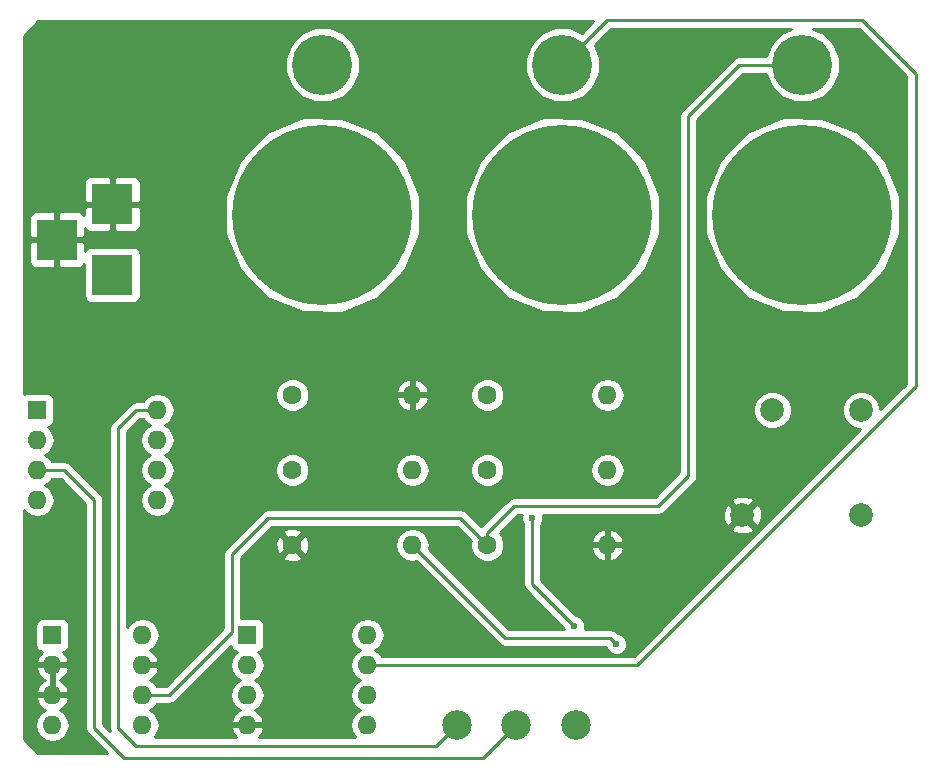
<source format=gbr>
G04 #@! TF.FileFunction,Copper,L2,Bot,Signal*
%FSLAX46Y46*%
G04 Gerber Fmt 4.6, Leading zero omitted, Abs format (unit mm)*
G04 Created by KiCad (PCBNEW 4.0.7) date 01/14/20 09:17:38*
%MOMM*%
%LPD*%
G01*
G04 APERTURE LIST*
%ADD10C,0.100000*%
%ADD11R,1.600000X1.600000*%
%ADD12O,1.600000X1.600000*%
%ADD13C,2.000000*%
%ADD14C,15.240000*%
%ADD15C,5.080000*%
%ADD16R,3.500000X3.500000*%
%ADD17C,1.600000*%
%ADD18C,2.500000*%
%ADD19C,0.600000*%
%ADD20C,0.250000*%
%ADD21C,0.254000*%
G04 APERTURE END LIST*
D10*
D11*
X121920000Y-113030000D03*
D12*
X129540000Y-120650000D03*
X121920000Y-115570000D03*
X129540000Y-118110000D03*
X121920000Y-118110000D03*
X129540000Y-115570000D03*
X121920000Y-120650000D03*
X129540000Y-113030000D03*
D13*
X182880000Y-93980000D03*
X190380000Y-93980000D03*
X180340000Y-102870000D03*
X190340000Y-102870000D03*
D11*
X138430000Y-113030000D03*
D12*
X148590000Y-120650000D03*
X138430000Y-115570000D03*
X148590000Y-118110000D03*
X138430000Y-118110000D03*
X148590000Y-115570000D03*
X138430000Y-120650000D03*
X148590000Y-113030000D03*
D14*
X144780000Y-77470000D03*
D15*
X144780000Y-64770000D03*
D14*
X165100000Y-77470000D03*
D15*
X165100000Y-64770000D03*
D14*
X185420000Y-77470000D03*
D15*
X185420000Y-64770000D03*
D16*
X127000000Y-82550000D03*
X127000000Y-76550000D03*
X122300000Y-79550000D03*
D11*
X120650000Y-93980000D03*
D12*
X130810000Y-101600000D03*
X120650000Y-96520000D03*
X130810000Y-99060000D03*
X120650000Y-99060000D03*
X130810000Y-96520000D03*
X120650000Y-101600000D03*
X130810000Y-93980000D03*
D17*
X142240000Y-92710000D03*
D12*
X152400000Y-92710000D03*
D17*
X158750000Y-92710000D03*
D12*
X168910000Y-92710000D03*
D17*
X142240000Y-99060000D03*
D12*
X152400000Y-99060000D03*
D17*
X158750000Y-99060000D03*
D12*
X168910000Y-99060000D03*
D17*
X142240000Y-105410000D03*
D12*
X152400000Y-105410000D03*
D17*
X158750000Y-105410000D03*
D12*
X168910000Y-105410000D03*
D18*
X161210000Y-120650000D03*
X166210000Y-120650000D03*
X156210000Y-120650000D03*
D19*
X169672000Y-113792000D03*
X152400000Y-105410000D03*
X162560000Y-103124000D03*
X166116000Y-112268000D03*
D20*
X158750000Y-105410000D02*
X158750000Y-104394000D01*
X180086000Y-64770000D02*
X185420000Y-64770000D01*
X175768000Y-69088000D02*
X180086000Y-64770000D01*
X175768000Y-99568000D02*
X175768000Y-69088000D01*
X173228000Y-102108000D02*
X175768000Y-99568000D01*
X161036000Y-102108000D02*
X173228000Y-102108000D01*
X158750000Y-104394000D02*
X161036000Y-102108000D01*
X129540000Y-118110000D02*
X131826000Y-118110000D01*
X156464000Y-103124000D02*
X158750000Y-105410000D01*
X140208000Y-103124000D02*
X156464000Y-103124000D01*
X137160000Y-106172000D02*
X140208000Y-103124000D01*
X137160000Y-112776000D02*
X137160000Y-106172000D01*
X131826000Y-118110000D02*
X137160000Y-112776000D01*
X148590000Y-115570000D02*
X171450000Y-115570000D01*
X168910000Y-60960000D02*
X165100000Y-64770000D01*
X190500000Y-60960000D02*
X168910000Y-60960000D01*
X195072000Y-65532000D02*
X190500000Y-60960000D01*
X195072000Y-91948000D02*
X195072000Y-65532000D01*
X171450000Y-115570000D02*
X195072000Y-91948000D01*
X169672000Y-113792000D02*
X169164000Y-113284000D01*
X169164000Y-113284000D02*
X160274000Y-113284000D01*
X160274000Y-113284000D02*
X152400000Y-105410000D01*
X130810000Y-93980000D02*
X129032000Y-93980000D01*
X154432000Y-122428000D02*
X156210000Y-120650000D01*
X129032000Y-122428000D02*
X154432000Y-122428000D01*
X127508000Y-120904000D02*
X129032000Y-122428000D01*
X127508000Y-95504000D02*
X127508000Y-120904000D01*
X129032000Y-93980000D02*
X127508000Y-95504000D01*
X120650000Y-99060000D02*
X122936000Y-99060000D01*
X158416000Y-123444000D02*
X161210000Y-120650000D01*
X128016000Y-123444000D02*
X158416000Y-123444000D01*
X125476000Y-120904000D02*
X128016000Y-123444000D01*
X125476000Y-101600000D02*
X125476000Y-120904000D01*
X122936000Y-99060000D02*
X125476000Y-101600000D01*
X162560000Y-108712000D02*
X162560000Y-103124000D01*
X166116000Y-112268000D02*
X162560000Y-108712000D01*
D21*
G36*
X124716000Y-101914802D02*
X124716000Y-120904000D01*
X124773852Y-121194839D01*
X124938599Y-121441401D01*
X126560198Y-123063000D01*
X120702606Y-123063000D01*
X119507000Y-121867394D01*
X119507000Y-120650000D01*
X120456887Y-120650000D01*
X120566120Y-121199151D01*
X120877189Y-121664698D01*
X121342736Y-121975767D01*
X121891887Y-122085000D01*
X121948113Y-122085000D01*
X122497264Y-121975767D01*
X122962811Y-121664698D01*
X123273880Y-121199151D01*
X123383113Y-120650000D01*
X123273880Y-120100849D01*
X122962811Y-119635302D01*
X122558297Y-119365014D01*
X122775134Y-119262389D01*
X123151041Y-118847423D01*
X123311904Y-118459039D01*
X123189915Y-118237000D01*
X122047000Y-118237000D01*
X122047000Y-118257000D01*
X121793000Y-118257000D01*
X121793000Y-118237000D01*
X120650085Y-118237000D01*
X120528096Y-118459039D01*
X120688959Y-118847423D01*
X121064866Y-119262389D01*
X121281703Y-119365014D01*
X120877189Y-119635302D01*
X120566120Y-120100849D01*
X120456887Y-120650000D01*
X119507000Y-120650000D01*
X119507000Y-115919039D01*
X120528096Y-115919039D01*
X120688959Y-116307423D01*
X121064866Y-116722389D01*
X121313367Y-116840000D01*
X121064866Y-116957611D01*
X120688959Y-117372577D01*
X120528096Y-117760961D01*
X120650085Y-117983000D01*
X121793000Y-117983000D01*
X121793000Y-115697000D01*
X122047000Y-115697000D01*
X122047000Y-117983000D01*
X123189915Y-117983000D01*
X123311904Y-117760961D01*
X123151041Y-117372577D01*
X122775134Y-116957611D01*
X122526633Y-116840000D01*
X122775134Y-116722389D01*
X123151041Y-116307423D01*
X123311904Y-115919039D01*
X123189915Y-115697000D01*
X122047000Y-115697000D01*
X121793000Y-115697000D01*
X120650085Y-115697000D01*
X120528096Y-115919039D01*
X119507000Y-115919039D01*
X119507000Y-112230000D01*
X120472560Y-112230000D01*
X120472560Y-113830000D01*
X120516838Y-114065317D01*
X120655910Y-114281441D01*
X120868110Y-114426431D01*
X121027616Y-114458732D01*
X120688959Y-114832577D01*
X120528096Y-115220961D01*
X120650085Y-115443000D01*
X121793000Y-115443000D01*
X121793000Y-115423000D01*
X122047000Y-115423000D01*
X122047000Y-115443000D01*
X123189915Y-115443000D01*
X123311904Y-115220961D01*
X123151041Y-114832577D01*
X122813410Y-114459864D01*
X122955317Y-114433162D01*
X123171441Y-114294090D01*
X123316431Y-114081890D01*
X123367440Y-113830000D01*
X123367440Y-112230000D01*
X123323162Y-111994683D01*
X123184090Y-111778559D01*
X122971890Y-111633569D01*
X122720000Y-111582560D01*
X121120000Y-111582560D01*
X120884683Y-111626838D01*
X120668559Y-111765910D01*
X120523569Y-111978110D01*
X120472560Y-112230000D01*
X119507000Y-112230000D01*
X119507000Y-102464755D01*
X119607189Y-102614698D01*
X120072736Y-102925767D01*
X120621887Y-103035000D01*
X120678113Y-103035000D01*
X121227264Y-102925767D01*
X121692811Y-102614698D01*
X122003880Y-102149151D01*
X122113113Y-101600000D01*
X122003880Y-101050849D01*
X121692811Y-100585302D01*
X121310725Y-100330000D01*
X121692811Y-100074698D01*
X121862995Y-99820000D01*
X122621198Y-99820000D01*
X124716000Y-101914802D01*
X124716000Y-101914802D01*
G37*
X124716000Y-101914802D02*
X124716000Y-120904000D01*
X124773852Y-121194839D01*
X124938599Y-121441401D01*
X126560198Y-123063000D01*
X120702606Y-123063000D01*
X119507000Y-121867394D01*
X119507000Y-120650000D01*
X120456887Y-120650000D01*
X120566120Y-121199151D01*
X120877189Y-121664698D01*
X121342736Y-121975767D01*
X121891887Y-122085000D01*
X121948113Y-122085000D01*
X122497264Y-121975767D01*
X122962811Y-121664698D01*
X123273880Y-121199151D01*
X123383113Y-120650000D01*
X123273880Y-120100849D01*
X122962811Y-119635302D01*
X122558297Y-119365014D01*
X122775134Y-119262389D01*
X123151041Y-118847423D01*
X123311904Y-118459039D01*
X123189915Y-118237000D01*
X122047000Y-118237000D01*
X122047000Y-118257000D01*
X121793000Y-118257000D01*
X121793000Y-118237000D01*
X120650085Y-118237000D01*
X120528096Y-118459039D01*
X120688959Y-118847423D01*
X121064866Y-119262389D01*
X121281703Y-119365014D01*
X120877189Y-119635302D01*
X120566120Y-120100849D01*
X120456887Y-120650000D01*
X119507000Y-120650000D01*
X119507000Y-115919039D01*
X120528096Y-115919039D01*
X120688959Y-116307423D01*
X121064866Y-116722389D01*
X121313367Y-116840000D01*
X121064866Y-116957611D01*
X120688959Y-117372577D01*
X120528096Y-117760961D01*
X120650085Y-117983000D01*
X121793000Y-117983000D01*
X121793000Y-115697000D01*
X122047000Y-115697000D01*
X122047000Y-117983000D01*
X123189915Y-117983000D01*
X123311904Y-117760961D01*
X123151041Y-117372577D01*
X122775134Y-116957611D01*
X122526633Y-116840000D01*
X122775134Y-116722389D01*
X123151041Y-116307423D01*
X123311904Y-115919039D01*
X123189915Y-115697000D01*
X122047000Y-115697000D01*
X121793000Y-115697000D01*
X120650085Y-115697000D01*
X120528096Y-115919039D01*
X119507000Y-115919039D01*
X119507000Y-112230000D01*
X120472560Y-112230000D01*
X120472560Y-113830000D01*
X120516838Y-114065317D01*
X120655910Y-114281441D01*
X120868110Y-114426431D01*
X121027616Y-114458732D01*
X120688959Y-114832577D01*
X120528096Y-115220961D01*
X120650085Y-115443000D01*
X121793000Y-115443000D01*
X121793000Y-115423000D01*
X122047000Y-115423000D01*
X122047000Y-115443000D01*
X123189915Y-115443000D01*
X123311904Y-115220961D01*
X123151041Y-114832577D01*
X122813410Y-114459864D01*
X122955317Y-114433162D01*
X123171441Y-114294090D01*
X123316431Y-114081890D01*
X123367440Y-113830000D01*
X123367440Y-112230000D01*
X123323162Y-111994683D01*
X123184090Y-111778559D01*
X122971890Y-111633569D01*
X122720000Y-111582560D01*
X121120000Y-111582560D01*
X120884683Y-111626838D01*
X120668559Y-111765910D01*
X120523569Y-111978110D01*
X120472560Y-112230000D01*
X119507000Y-112230000D01*
X119507000Y-102464755D01*
X119607189Y-102614698D01*
X120072736Y-102925767D01*
X120621887Y-103035000D01*
X120678113Y-103035000D01*
X121227264Y-102925767D01*
X121692811Y-102614698D01*
X122003880Y-102149151D01*
X122113113Y-101600000D01*
X122003880Y-101050849D01*
X121692811Y-100585302D01*
X121310725Y-100330000D01*
X121692811Y-100074698D01*
X121862995Y-99820000D01*
X122621198Y-99820000D01*
X124716000Y-101914802D01*
G36*
X194183000Y-65717802D02*
X194183000Y-91762198D01*
X192015045Y-93930153D01*
X192015284Y-93656205D01*
X191766894Y-93055057D01*
X191307363Y-92594722D01*
X190706648Y-92345284D01*
X190056205Y-92344716D01*
X189455057Y-92593106D01*
X188994722Y-93052637D01*
X188745284Y-93653352D01*
X188744716Y-94303795D01*
X188993106Y-94904943D01*
X189452637Y-95365278D01*
X190053352Y-95614716D01*
X190330240Y-95614958D01*
X171135198Y-114810000D01*
X149802995Y-114810000D01*
X149632811Y-114555302D01*
X149250725Y-114300000D01*
X149632811Y-114044698D01*
X149943880Y-113579151D01*
X150053113Y-113030000D01*
X149943880Y-112480849D01*
X149632811Y-112015302D01*
X149167264Y-111704233D01*
X148618113Y-111595000D01*
X148561887Y-111595000D01*
X148012736Y-111704233D01*
X147547189Y-112015302D01*
X147236120Y-112480849D01*
X147126887Y-113030000D01*
X147236120Y-113579151D01*
X147547189Y-114044698D01*
X147929275Y-114300000D01*
X147547189Y-114555302D01*
X147236120Y-115020849D01*
X147126887Y-115570000D01*
X147236120Y-116119151D01*
X147547189Y-116584698D01*
X147929275Y-116840000D01*
X147547189Y-117095302D01*
X147236120Y-117560849D01*
X147126887Y-118110000D01*
X147236120Y-118659151D01*
X147547189Y-119124698D01*
X147929275Y-119380000D01*
X147547189Y-119635302D01*
X147236120Y-120100849D01*
X147126887Y-120650000D01*
X147236120Y-121199151D01*
X147547189Y-121664698D01*
X147552131Y-121668000D01*
X139406874Y-121668000D01*
X139661041Y-121387423D01*
X139821904Y-120999039D01*
X139699915Y-120777000D01*
X138557000Y-120777000D01*
X138557000Y-120797000D01*
X138303000Y-120797000D01*
X138303000Y-120777000D01*
X137160085Y-120777000D01*
X137038096Y-120999039D01*
X137198959Y-121387423D01*
X137453126Y-121668000D01*
X130577869Y-121668000D01*
X130582811Y-121664698D01*
X130893880Y-121199151D01*
X131003113Y-120650000D01*
X130893880Y-120100849D01*
X130582811Y-119635302D01*
X130200725Y-119380000D01*
X130582811Y-119124698D01*
X130752995Y-118870000D01*
X131826000Y-118870000D01*
X132116839Y-118812148D01*
X132363401Y-118647401D01*
X137013955Y-113996847D01*
X137026838Y-114065317D01*
X137165910Y-114281441D01*
X137378110Y-114426431D01*
X137533089Y-114457815D01*
X137387189Y-114555302D01*
X137076120Y-115020849D01*
X136966887Y-115570000D01*
X137076120Y-116119151D01*
X137387189Y-116584698D01*
X137769275Y-116840000D01*
X137387189Y-117095302D01*
X137076120Y-117560849D01*
X136966887Y-118110000D01*
X137076120Y-118659151D01*
X137387189Y-119124698D01*
X137791703Y-119394986D01*
X137574866Y-119497611D01*
X137198959Y-119912577D01*
X137038096Y-120300961D01*
X137160085Y-120523000D01*
X138303000Y-120523000D01*
X138303000Y-120503000D01*
X138557000Y-120503000D01*
X138557000Y-120523000D01*
X139699915Y-120523000D01*
X139821904Y-120300961D01*
X139661041Y-119912577D01*
X139285134Y-119497611D01*
X139068297Y-119394986D01*
X139472811Y-119124698D01*
X139783880Y-118659151D01*
X139893113Y-118110000D01*
X139783880Y-117560849D01*
X139472811Y-117095302D01*
X139090725Y-116840000D01*
X139472811Y-116584698D01*
X139783880Y-116119151D01*
X139893113Y-115570000D01*
X139783880Y-115020849D01*
X139472811Y-114555302D01*
X139328535Y-114458899D01*
X139465317Y-114433162D01*
X139681441Y-114294090D01*
X139826431Y-114081890D01*
X139877440Y-113830000D01*
X139877440Y-112230000D01*
X139833162Y-111994683D01*
X139694090Y-111778559D01*
X139481890Y-111633569D01*
X139230000Y-111582560D01*
X137920000Y-111582560D01*
X137920000Y-106486802D01*
X137989057Y-106417745D01*
X141411861Y-106417745D01*
X141485995Y-106663864D01*
X142023223Y-106856965D01*
X142593454Y-106829778D01*
X142994005Y-106663864D01*
X143068139Y-106417745D01*
X142240000Y-105589605D01*
X141411861Y-106417745D01*
X137989057Y-106417745D01*
X139213579Y-105193223D01*
X140793035Y-105193223D01*
X140820222Y-105763454D01*
X140986136Y-106164005D01*
X141232255Y-106238139D01*
X142060395Y-105410000D01*
X142419605Y-105410000D01*
X143247745Y-106238139D01*
X143493864Y-106164005D01*
X143686965Y-105626777D01*
X143659778Y-105056546D01*
X143493864Y-104655995D01*
X143247745Y-104581861D01*
X142419605Y-105410000D01*
X142060395Y-105410000D01*
X141232255Y-104581861D01*
X140986136Y-104655995D01*
X140793035Y-105193223D01*
X139213579Y-105193223D01*
X140004547Y-104402255D01*
X141411861Y-104402255D01*
X142240000Y-105230395D01*
X143068139Y-104402255D01*
X142994005Y-104156136D01*
X142456777Y-103963035D01*
X141886546Y-103990222D01*
X141485995Y-104156136D01*
X141411861Y-104402255D01*
X140004547Y-104402255D01*
X140522802Y-103884000D01*
X156149198Y-103884000D01*
X157336744Y-105071546D01*
X157315250Y-105123309D01*
X157314752Y-105694187D01*
X157532757Y-106221800D01*
X157936077Y-106625824D01*
X158463309Y-106844750D01*
X159034187Y-106845248D01*
X159561800Y-106627243D01*
X159965824Y-106223923D01*
X160184750Y-105696691D01*
X160185248Y-105125813D01*
X159967243Y-104598200D01*
X159794074Y-104424728D01*
X161350802Y-102868000D01*
X161653897Y-102868000D01*
X161625162Y-102937201D01*
X161624838Y-103309167D01*
X161766883Y-103652943D01*
X161800000Y-103686118D01*
X161800000Y-108712000D01*
X161857852Y-109002839D01*
X162022599Y-109249401D01*
X165180878Y-112407680D01*
X165180838Y-112453167D01*
X165210106Y-112524000D01*
X160588802Y-112524000D01*
X153798688Y-105733886D01*
X153863113Y-105410000D01*
X153753880Y-104860849D01*
X153442811Y-104395302D01*
X152977264Y-104084233D01*
X152428113Y-103975000D01*
X152371887Y-103975000D01*
X151822736Y-104084233D01*
X151357189Y-104395302D01*
X151046120Y-104860849D01*
X150936887Y-105410000D01*
X151046120Y-105959151D01*
X151357189Y-106424698D01*
X151822736Y-106735767D01*
X152371887Y-106845000D01*
X152428113Y-106845000D01*
X152705102Y-106789904D01*
X159736599Y-113821401D01*
X159983161Y-113986148D01*
X160274000Y-114044000D01*
X168764453Y-114044000D01*
X168878883Y-114320943D01*
X169141673Y-114584192D01*
X169485201Y-114726838D01*
X169857167Y-114727162D01*
X170200943Y-114585117D01*
X170464192Y-114322327D01*
X170606838Y-113978799D01*
X170607162Y-113606833D01*
X170465117Y-113263057D01*
X170202327Y-112999808D01*
X169858799Y-112857162D01*
X169811923Y-112857121D01*
X169701401Y-112746599D01*
X169454839Y-112581852D01*
X169164000Y-112524000D01*
X167022103Y-112524000D01*
X167050838Y-112454799D01*
X167051162Y-112082833D01*
X166909117Y-111739057D01*
X166646327Y-111475808D01*
X166302799Y-111333162D01*
X166255923Y-111333121D01*
X163320000Y-108397198D01*
X163320000Y-105759039D01*
X167518096Y-105759039D01*
X167678959Y-106147423D01*
X168054866Y-106562389D01*
X168560959Y-106801914D01*
X168783000Y-106680629D01*
X168783000Y-105537000D01*
X169037000Y-105537000D01*
X169037000Y-106680629D01*
X169259041Y-106801914D01*
X169765134Y-106562389D01*
X170141041Y-106147423D01*
X170301904Y-105759039D01*
X170179915Y-105537000D01*
X169037000Y-105537000D01*
X168783000Y-105537000D01*
X167640085Y-105537000D01*
X167518096Y-105759039D01*
X163320000Y-105759039D01*
X163320000Y-105060961D01*
X167518096Y-105060961D01*
X167640085Y-105283000D01*
X168783000Y-105283000D01*
X168783000Y-104139371D01*
X169037000Y-104139371D01*
X169037000Y-105283000D01*
X170179915Y-105283000D01*
X170301904Y-105060961D01*
X170141041Y-104672577D01*
X169765134Y-104257611D01*
X169268435Y-104022532D01*
X179367073Y-104022532D01*
X179465736Y-104289387D01*
X180075461Y-104515908D01*
X180725460Y-104491856D01*
X181214264Y-104289387D01*
X181312927Y-104022532D01*
X180340000Y-103049605D01*
X179367073Y-104022532D01*
X169268435Y-104022532D01*
X169259041Y-104018086D01*
X169037000Y-104139371D01*
X168783000Y-104139371D01*
X168560959Y-104018086D01*
X168054866Y-104257611D01*
X167678959Y-104672577D01*
X167518096Y-105060961D01*
X163320000Y-105060961D01*
X163320000Y-103686463D01*
X163352192Y-103654327D01*
X163494838Y-103310799D01*
X163495162Y-102938833D01*
X163465894Y-102868000D01*
X173228000Y-102868000D01*
X173518839Y-102810148D01*
X173765401Y-102645401D01*
X173805341Y-102605461D01*
X178694092Y-102605461D01*
X178718144Y-103255460D01*
X178920613Y-103744264D01*
X179187468Y-103842927D01*
X180160395Y-102870000D01*
X180519605Y-102870000D01*
X181492532Y-103842927D01*
X181759387Y-103744264D01*
X181985908Y-103134539D01*
X181961856Y-102484540D01*
X181759387Y-101995736D01*
X181492532Y-101897073D01*
X180519605Y-102870000D01*
X180160395Y-102870000D01*
X179187468Y-101897073D01*
X178920613Y-101995736D01*
X178694092Y-102605461D01*
X173805341Y-102605461D01*
X174693334Y-101717468D01*
X179367073Y-101717468D01*
X180340000Y-102690395D01*
X181312927Y-101717468D01*
X181214264Y-101450613D01*
X180604539Y-101224092D01*
X179954540Y-101248144D01*
X179465736Y-101450613D01*
X179367073Y-101717468D01*
X174693334Y-101717468D01*
X176305401Y-100105401D01*
X176470148Y-99858840D01*
X176519814Y-99609151D01*
X176528000Y-99568000D01*
X176528000Y-94303795D01*
X181244716Y-94303795D01*
X181493106Y-94904943D01*
X181952637Y-95365278D01*
X182553352Y-95614716D01*
X183203795Y-95615284D01*
X183804943Y-95366894D01*
X184265278Y-94907363D01*
X184514716Y-94306648D01*
X184515284Y-93656205D01*
X184266894Y-93055057D01*
X183807363Y-92594722D01*
X183206648Y-92345284D01*
X182556205Y-92344716D01*
X181955057Y-92593106D01*
X181494722Y-93052637D01*
X181245284Y-93653352D01*
X181244716Y-94303795D01*
X176528000Y-94303795D01*
X176528000Y-79104817D01*
X177163570Y-79104817D01*
X178417671Y-82139973D01*
X180737813Y-84464168D01*
X183770775Y-85723564D01*
X187054817Y-85726430D01*
X190089973Y-84472329D01*
X192414168Y-82152187D01*
X193673564Y-79119225D01*
X193676430Y-75835183D01*
X192422329Y-72800027D01*
X190102187Y-70475832D01*
X187069225Y-69216436D01*
X183785183Y-69213570D01*
X180750027Y-70467671D01*
X178425832Y-72787813D01*
X177166436Y-75820775D01*
X177163570Y-79104817D01*
X176528000Y-79104817D01*
X176528000Y-69402802D01*
X180400802Y-65530000D01*
X182298671Y-65530000D01*
X182726796Y-66566143D01*
X183619159Y-67460065D01*
X184785683Y-67944448D01*
X186048776Y-67945550D01*
X187216143Y-67463204D01*
X188110065Y-66570841D01*
X188594448Y-65404317D01*
X188595550Y-64141224D01*
X188113204Y-62973857D01*
X187220841Y-62079935D01*
X186354021Y-61720000D01*
X190185198Y-61720000D01*
X194183000Y-65717802D01*
X194183000Y-65717802D01*
G37*
X194183000Y-65717802D02*
X194183000Y-91762198D01*
X192015045Y-93930153D01*
X192015284Y-93656205D01*
X191766894Y-93055057D01*
X191307363Y-92594722D01*
X190706648Y-92345284D01*
X190056205Y-92344716D01*
X189455057Y-92593106D01*
X188994722Y-93052637D01*
X188745284Y-93653352D01*
X188744716Y-94303795D01*
X188993106Y-94904943D01*
X189452637Y-95365278D01*
X190053352Y-95614716D01*
X190330240Y-95614958D01*
X171135198Y-114810000D01*
X149802995Y-114810000D01*
X149632811Y-114555302D01*
X149250725Y-114300000D01*
X149632811Y-114044698D01*
X149943880Y-113579151D01*
X150053113Y-113030000D01*
X149943880Y-112480849D01*
X149632811Y-112015302D01*
X149167264Y-111704233D01*
X148618113Y-111595000D01*
X148561887Y-111595000D01*
X148012736Y-111704233D01*
X147547189Y-112015302D01*
X147236120Y-112480849D01*
X147126887Y-113030000D01*
X147236120Y-113579151D01*
X147547189Y-114044698D01*
X147929275Y-114300000D01*
X147547189Y-114555302D01*
X147236120Y-115020849D01*
X147126887Y-115570000D01*
X147236120Y-116119151D01*
X147547189Y-116584698D01*
X147929275Y-116840000D01*
X147547189Y-117095302D01*
X147236120Y-117560849D01*
X147126887Y-118110000D01*
X147236120Y-118659151D01*
X147547189Y-119124698D01*
X147929275Y-119380000D01*
X147547189Y-119635302D01*
X147236120Y-120100849D01*
X147126887Y-120650000D01*
X147236120Y-121199151D01*
X147547189Y-121664698D01*
X147552131Y-121668000D01*
X139406874Y-121668000D01*
X139661041Y-121387423D01*
X139821904Y-120999039D01*
X139699915Y-120777000D01*
X138557000Y-120777000D01*
X138557000Y-120797000D01*
X138303000Y-120797000D01*
X138303000Y-120777000D01*
X137160085Y-120777000D01*
X137038096Y-120999039D01*
X137198959Y-121387423D01*
X137453126Y-121668000D01*
X130577869Y-121668000D01*
X130582811Y-121664698D01*
X130893880Y-121199151D01*
X131003113Y-120650000D01*
X130893880Y-120100849D01*
X130582811Y-119635302D01*
X130200725Y-119380000D01*
X130582811Y-119124698D01*
X130752995Y-118870000D01*
X131826000Y-118870000D01*
X132116839Y-118812148D01*
X132363401Y-118647401D01*
X137013955Y-113996847D01*
X137026838Y-114065317D01*
X137165910Y-114281441D01*
X137378110Y-114426431D01*
X137533089Y-114457815D01*
X137387189Y-114555302D01*
X137076120Y-115020849D01*
X136966887Y-115570000D01*
X137076120Y-116119151D01*
X137387189Y-116584698D01*
X137769275Y-116840000D01*
X137387189Y-117095302D01*
X137076120Y-117560849D01*
X136966887Y-118110000D01*
X137076120Y-118659151D01*
X137387189Y-119124698D01*
X137791703Y-119394986D01*
X137574866Y-119497611D01*
X137198959Y-119912577D01*
X137038096Y-120300961D01*
X137160085Y-120523000D01*
X138303000Y-120523000D01*
X138303000Y-120503000D01*
X138557000Y-120503000D01*
X138557000Y-120523000D01*
X139699915Y-120523000D01*
X139821904Y-120300961D01*
X139661041Y-119912577D01*
X139285134Y-119497611D01*
X139068297Y-119394986D01*
X139472811Y-119124698D01*
X139783880Y-118659151D01*
X139893113Y-118110000D01*
X139783880Y-117560849D01*
X139472811Y-117095302D01*
X139090725Y-116840000D01*
X139472811Y-116584698D01*
X139783880Y-116119151D01*
X139893113Y-115570000D01*
X139783880Y-115020849D01*
X139472811Y-114555302D01*
X139328535Y-114458899D01*
X139465317Y-114433162D01*
X139681441Y-114294090D01*
X139826431Y-114081890D01*
X139877440Y-113830000D01*
X139877440Y-112230000D01*
X139833162Y-111994683D01*
X139694090Y-111778559D01*
X139481890Y-111633569D01*
X139230000Y-111582560D01*
X137920000Y-111582560D01*
X137920000Y-106486802D01*
X137989057Y-106417745D01*
X141411861Y-106417745D01*
X141485995Y-106663864D01*
X142023223Y-106856965D01*
X142593454Y-106829778D01*
X142994005Y-106663864D01*
X143068139Y-106417745D01*
X142240000Y-105589605D01*
X141411861Y-106417745D01*
X137989057Y-106417745D01*
X139213579Y-105193223D01*
X140793035Y-105193223D01*
X140820222Y-105763454D01*
X140986136Y-106164005D01*
X141232255Y-106238139D01*
X142060395Y-105410000D01*
X142419605Y-105410000D01*
X143247745Y-106238139D01*
X143493864Y-106164005D01*
X143686965Y-105626777D01*
X143659778Y-105056546D01*
X143493864Y-104655995D01*
X143247745Y-104581861D01*
X142419605Y-105410000D01*
X142060395Y-105410000D01*
X141232255Y-104581861D01*
X140986136Y-104655995D01*
X140793035Y-105193223D01*
X139213579Y-105193223D01*
X140004547Y-104402255D01*
X141411861Y-104402255D01*
X142240000Y-105230395D01*
X143068139Y-104402255D01*
X142994005Y-104156136D01*
X142456777Y-103963035D01*
X141886546Y-103990222D01*
X141485995Y-104156136D01*
X141411861Y-104402255D01*
X140004547Y-104402255D01*
X140522802Y-103884000D01*
X156149198Y-103884000D01*
X157336744Y-105071546D01*
X157315250Y-105123309D01*
X157314752Y-105694187D01*
X157532757Y-106221800D01*
X157936077Y-106625824D01*
X158463309Y-106844750D01*
X159034187Y-106845248D01*
X159561800Y-106627243D01*
X159965824Y-106223923D01*
X160184750Y-105696691D01*
X160185248Y-105125813D01*
X159967243Y-104598200D01*
X159794074Y-104424728D01*
X161350802Y-102868000D01*
X161653897Y-102868000D01*
X161625162Y-102937201D01*
X161624838Y-103309167D01*
X161766883Y-103652943D01*
X161800000Y-103686118D01*
X161800000Y-108712000D01*
X161857852Y-109002839D01*
X162022599Y-109249401D01*
X165180878Y-112407680D01*
X165180838Y-112453167D01*
X165210106Y-112524000D01*
X160588802Y-112524000D01*
X153798688Y-105733886D01*
X153863113Y-105410000D01*
X153753880Y-104860849D01*
X153442811Y-104395302D01*
X152977264Y-104084233D01*
X152428113Y-103975000D01*
X152371887Y-103975000D01*
X151822736Y-104084233D01*
X151357189Y-104395302D01*
X151046120Y-104860849D01*
X150936887Y-105410000D01*
X151046120Y-105959151D01*
X151357189Y-106424698D01*
X151822736Y-106735767D01*
X152371887Y-106845000D01*
X152428113Y-106845000D01*
X152705102Y-106789904D01*
X159736599Y-113821401D01*
X159983161Y-113986148D01*
X160274000Y-114044000D01*
X168764453Y-114044000D01*
X168878883Y-114320943D01*
X169141673Y-114584192D01*
X169485201Y-114726838D01*
X169857167Y-114727162D01*
X170200943Y-114585117D01*
X170464192Y-114322327D01*
X170606838Y-113978799D01*
X170607162Y-113606833D01*
X170465117Y-113263057D01*
X170202327Y-112999808D01*
X169858799Y-112857162D01*
X169811923Y-112857121D01*
X169701401Y-112746599D01*
X169454839Y-112581852D01*
X169164000Y-112524000D01*
X167022103Y-112524000D01*
X167050838Y-112454799D01*
X167051162Y-112082833D01*
X166909117Y-111739057D01*
X166646327Y-111475808D01*
X166302799Y-111333162D01*
X166255923Y-111333121D01*
X163320000Y-108397198D01*
X163320000Y-105759039D01*
X167518096Y-105759039D01*
X167678959Y-106147423D01*
X168054866Y-106562389D01*
X168560959Y-106801914D01*
X168783000Y-106680629D01*
X168783000Y-105537000D01*
X169037000Y-105537000D01*
X169037000Y-106680629D01*
X169259041Y-106801914D01*
X169765134Y-106562389D01*
X170141041Y-106147423D01*
X170301904Y-105759039D01*
X170179915Y-105537000D01*
X169037000Y-105537000D01*
X168783000Y-105537000D01*
X167640085Y-105537000D01*
X167518096Y-105759039D01*
X163320000Y-105759039D01*
X163320000Y-105060961D01*
X167518096Y-105060961D01*
X167640085Y-105283000D01*
X168783000Y-105283000D01*
X168783000Y-104139371D01*
X169037000Y-104139371D01*
X169037000Y-105283000D01*
X170179915Y-105283000D01*
X170301904Y-105060961D01*
X170141041Y-104672577D01*
X169765134Y-104257611D01*
X169268435Y-104022532D01*
X179367073Y-104022532D01*
X179465736Y-104289387D01*
X180075461Y-104515908D01*
X180725460Y-104491856D01*
X181214264Y-104289387D01*
X181312927Y-104022532D01*
X180340000Y-103049605D01*
X179367073Y-104022532D01*
X169268435Y-104022532D01*
X169259041Y-104018086D01*
X169037000Y-104139371D01*
X168783000Y-104139371D01*
X168560959Y-104018086D01*
X168054866Y-104257611D01*
X167678959Y-104672577D01*
X167518096Y-105060961D01*
X163320000Y-105060961D01*
X163320000Y-103686463D01*
X163352192Y-103654327D01*
X163494838Y-103310799D01*
X163495162Y-102938833D01*
X163465894Y-102868000D01*
X173228000Y-102868000D01*
X173518839Y-102810148D01*
X173765401Y-102645401D01*
X173805341Y-102605461D01*
X178694092Y-102605461D01*
X178718144Y-103255460D01*
X178920613Y-103744264D01*
X179187468Y-103842927D01*
X180160395Y-102870000D01*
X180519605Y-102870000D01*
X181492532Y-103842927D01*
X181759387Y-103744264D01*
X181985908Y-103134539D01*
X181961856Y-102484540D01*
X181759387Y-101995736D01*
X181492532Y-101897073D01*
X180519605Y-102870000D01*
X180160395Y-102870000D01*
X179187468Y-101897073D01*
X178920613Y-101995736D01*
X178694092Y-102605461D01*
X173805341Y-102605461D01*
X174693334Y-101717468D01*
X179367073Y-101717468D01*
X180340000Y-102690395D01*
X181312927Y-101717468D01*
X181214264Y-101450613D01*
X180604539Y-101224092D01*
X179954540Y-101248144D01*
X179465736Y-101450613D01*
X179367073Y-101717468D01*
X174693334Y-101717468D01*
X176305401Y-100105401D01*
X176470148Y-99858840D01*
X176519814Y-99609151D01*
X176528000Y-99568000D01*
X176528000Y-94303795D01*
X181244716Y-94303795D01*
X181493106Y-94904943D01*
X181952637Y-95365278D01*
X182553352Y-95614716D01*
X183203795Y-95615284D01*
X183804943Y-95366894D01*
X184265278Y-94907363D01*
X184514716Y-94306648D01*
X184515284Y-93656205D01*
X184266894Y-93055057D01*
X183807363Y-92594722D01*
X183206648Y-92345284D01*
X182556205Y-92344716D01*
X181955057Y-92593106D01*
X181494722Y-93052637D01*
X181245284Y-93653352D01*
X181244716Y-94303795D01*
X176528000Y-94303795D01*
X176528000Y-79104817D01*
X177163570Y-79104817D01*
X178417671Y-82139973D01*
X180737813Y-84464168D01*
X183770775Y-85723564D01*
X187054817Y-85726430D01*
X190089973Y-84472329D01*
X192414168Y-82152187D01*
X193673564Y-79119225D01*
X193676430Y-75835183D01*
X192422329Y-72800027D01*
X190102187Y-70475832D01*
X187069225Y-69216436D01*
X183785183Y-69213570D01*
X180750027Y-70467671D01*
X178425832Y-72787813D01*
X177166436Y-75820775D01*
X177163570Y-79104817D01*
X176528000Y-79104817D01*
X176528000Y-69402802D01*
X180400802Y-65530000D01*
X182298671Y-65530000D01*
X182726796Y-66566143D01*
X183619159Y-67460065D01*
X184785683Y-67944448D01*
X186048776Y-67945550D01*
X187216143Y-67463204D01*
X188110065Y-66570841D01*
X188594448Y-65404317D01*
X188595550Y-64141224D01*
X188113204Y-62973857D01*
X187220841Y-62079935D01*
X186354021Y-61720000D01*
X190185198Y-61720000D01*
X194183000Y-65717802D01*
G36*
X166769712Y-62025486D02*
X165734317Y-61595552D01*
X164471224Y-61594450D01*
X163303857Y-62076796D01*
X162409935Y-62969159D01*
X161925552Y-64135683D01*
X161924450Y-65398776D01*
X162406796Y-66566143D01*
X163299159Y-67460065D01*
X164465683Y-67944448D01*
X165728776Y-67945550D01*
X166896143Y-67463204D01*
X167790065Y-66570841D01*
X168274448Y-65404317D01*
X168275550Y-64141224D01*
X167845172Y-63099630D01*
X169224802Y-61720000D01*
X184487370Y-61720000D01*
X183623857Y-62076796D01*
X182729935Y-62969159D01*
X182297740Y-64010000D01*
X180086000Y-64010000D01*
X179795161Y-64067852D01*
X179548599Y-64232599D01*
X175230599Y-68550599D01*
X175065852Y-68797161D01*
X175008000Y-69088000D01*
X175008000Y-99253198D01*
X172913198Y-101348000D01*
X161036000Y-101348000D01*
X160745160Y-101405852D01*
X160498599Y-101570599D01*
X158242000Y-103827198D01*
X157001401Y-102586599D01*
X156754839Y-102421852D01*
X156464000Y-102364000D01*
X140208000Y-102364000D01*
X139917161Y-102421852D01*
X139670599Y-102586599D01*
X136622599Y-105634599D01*
X136457852Y-105881161D01*
X136400000Y-106172000D01*
X136400000Y-112461198D01*
X131511198Y-117350000D01*
X130752995Y-117350000D01*
X130582811Y-117095302D01*
X130178297Y-116825014D01*
X130395134Y-116722389D01*
X130771041Y-116307423D01*
X130931904Y-115919039D01*
X130809915Y-115697000D01*
X129667000Y-115697000D01*
X129667000Y-115717000D01*
X129413000Y-115717000D01*
X129413000Y-115697000D01*
X129393000Y-115697000D01*
X129393000Y-115443000D01*
X129413000Y-115443000D01*
X129413000Y-115423000D01*
X129667000Y-115423000D01*
X129667000Y-115443000D01*
X130809915Y-115443000D01*
X130931904Y-115220961D01*
X130771041Y-114832577D01*
X130395134Y-114417611D01*
X130178297Y-114314986D01*
X130582811Y-114044698D01*
X130893880Y-113579151D01*
X131003113Y-113030000D01*
X130893880Y-112480849D01*
X130582811Y-112015302D01*
X130117264Y-111704233D01*
X129568113Y-111595000D01*
X129511887Y-111595000D01*
X128962736Y-111704233D01*
X128497189Y-112015302D01*
X128268000Y-112358307D01*
X128268000Y-95818802D01*
X129346802Y-94740000D01*
X129597005Y-94740000D01*
X129767189Y-94994698D01*
X130149275Y-95250000D01*
X129767189Y-95505302D01*
X129456120Y-95970849D01*
X129346887Y-96520000D01*
X129456120Y-97069151D01*
X129767189Y-97534698D01*
X130149275Y-97790000D01*
X129767189Y-98045302D01*
X129456120Y-98510849D01*
X129346887Y-99060000D01*
X129456120Y-99609151D01*
X129767189Y-100074698D01*
X130149275Y-100330000D01*
X129767189Y-100585302D01*
X129456120Y-101050849D01*
X129346887Y-101600000D01*
X129456120Y-102149151D01*
X129767189Y-102614698D01*
X130232736Y-102925767D01*
X130781887Y-103035000D01*
X130838113Y-103035000D01*
X131387264Y-102925767D01*
X131852811Y-102614698D01*
X132163880Y-102149151D01*
X132273113Y-101600000D01*
X132163880Y-101050849D01*
X131852811Y-100585302D01*
X131470725Y-100330000D01*
X131852811Y-100074698D01*
X132163880Y-99609151D01*
X132216584Y-99344187D01*
X140804752Y-99344187D01*
X141022757Y-99871800D01*
X141426077Y-100275824D01*
X141953309Y-100494750D01*
X142524187Y-100495248D01*
X143051800Y-100277243D01*
X143455824Y-99873923D01*
X143674750Y-99346691D01*
X143675000Y-99060000D01*
X150936887Y-99060000D01*
X151046120Y-99609151D01*
X151357189Y-100074698D01*
X151822736Y-100385767D01*
X152371887Y-100495000D01*
X152428113Y-100495000D01*
X152977264Y-100385767D01*
X153442811Y-100074698D01*
X153753880Y-99609151D01*
X153806584Y-99344187D01*
X157314752Y-99344187D01*
X157532757Y-99871800D01*
X157936077Y-100275824D01*
X158463309Y-100494750D01*
X159034187Y-100495248D01*
X159561800Y-100277243D01*
X159965824Y-99873923D01*
X160184750Y-99346691D01*
X160185000Y-99060000D01*
X167446887Y-99060000D01*
X167556120Y-99609151D01*
X167867189Y-100074698D01*
X168332736Y-100385767D01*
X168881887Y-100495000D01*
X168938113Y-100495000D01*
X169487264Y-100385767D01*
X169952811Y-100074698D01*
X170263880Y-99609151D01*
X170373113Y-99060000D01*
X170263880Y-98510849D01*
X169952811Y-98045302D01*
X169487264Y-97734233D01*
X168938113Y-97625000D01*
X168881887Y-97625000D01*
X168332736Y-97734233D01*
X167867189Y-98045302D01*
X167556120Y-98510849D01*
X167446887Y-99060000D01*
X160185000Y-99060000D01*
X160185248Y-98775813D01*
X159967243Y-98248200D01*
X159563923Y-97844176D01*
X159036691Y-97625250D01*
X158465813Y-97624752D01*
X157938200Y-97842757D01*
X157534176Y-98246077D01*
X157315250Y-98773309D01*
X157314752Y-99344187D01*
X153806584Y-99344187D01*
X153863113Y-99060000D01*
X153753880Y-98510849D01*
X153442811Y-98045302D01*
X152977264Y-97734233D01*
X152428113Y-97625000D01*
X152371887Y-97625000D01*
X151822736Y-97734233D01*
X151357189Y-98045302D01*
X151046120Y-98510849D01*
X150936887Y-99060000D01*
X143675000Y-99060000D01*
X143675248Y-98775813D01*
X143457243Y-98248200D01*
X143053923Y-97844176D01*
X142526691Y-97625250D01*
X141955813Y-97624752D01*
X141428200Y-97842757D01*
X141024176Y-98246077D01*
X140805250Y-98773309D01*
X140804752Y-99344187D01*
X132216584Y-99344187D01*
X132273113Y-99060000D01*
X132163880Y-98510849D01*
X131852811Y-98045302D01*
X131470725Y-97790000D01*
X131852811Y-97534698D01*
X132163880Y-97069151D01*
X132273113Y-96520000D01*
X132163880Y-95970849D01*
X131852811Y-95505302D01*
X131470725Y-95250000D01*
X131852811Y-94994698D01*
X132163880Y-94529151D01*
X132273113Y-93980000D01*
X132163880Y-93430849D01*
X131872112Y-92994187D01*
X140804752Y-92994187D01*
X141022757Y-93521800D01*
X141426077Y-93925824D01*
X141953309Y-94144750D01*
X142524187Y-94145248D01*
X143051800Y-93927243D01*
X143455824Y-93523923D01*
X143648860Y-93059039D01*
X151008096Y-93059039D01*
X151168959Y-93447423D01*
X151544866Y-93862389D01*
X152050959Y-94101914D01*
X152273000Y-93980629D01*
X152273000Y-92837000D01*
X152527000Y-92837000D01*
X152527000Y-93980629D01*
X152749041Y-94101914D01*
X153255134Y-93862389D01*
X153631041Y-93447423D01*
X153791904Y-93059039D01*
X153756275Y-92994187D01*
X157314752Y-92994187D01*
X157532757Y-93521800D01*
X157936077Y-93925824D01*
X158463309Y-94144750D01*
X159034187Y-94145248D01*
X159561800Y-93927243D01*
X159965824Y-93523923D01*
X160184750Y-92996691D01*
X160185000Y-92710000D01*
X167446887Y-92710000D01*
X167556120Y-93259151D01*
X167867189Y-93724698D01*
X168332736Y-94035767D01*
X168881887Y-94145000D01*
X168938113Y-94145000D01*
X169487264Y-94035767D01*
X169952811Y-93724698D01*
X170263880Y-93259151D01*
X170373113Y-92710000D01*
X170263880Y-92160849D01*
X169952811Y-91695302D01*
X169487264Y-91384233D01*
X168938113Y-91275000D01*
X168881887Y-91275000D01*
X168332736Y-91384233D01*
X167867189Y-91695302D01*
X167556120Y-92160849D01*
X167446887Y-92710000D01*
X160185000Y-92710000D01*
X160185248Y-92425813D01*
X159967243Y-91898200D01*
X159563923Y-91494176D01*
X159036691Y-91275250D01*
X158465813Y-91274752D01*
X157938200Y-91492757D01*
X157534176Y-91896077D01*
X157315250Y-92423309D01*
X157314752Y-92994187D01*
X153756275Y-92994187D01*
X153669915Y-92837000D01*
X152527000Y-92837000D01*
X152273000Y-92837000D01*
X151130085Y-92837000D01*
X151008096Y-93059039D01*
X143648860Y-93059039D01*
X143674750Y-92996691D01*
X143675248Y-92425813D01*
X143648452Y-92360961D01*
X151008096Y-92360961D01*
X151130085Y-92583000D01*
X152273000Y-92583000D01*
X152273000Y-91439371D01*
X152527000Y-91439371D01*
X152527000Y-92583000D01*
X153669915Y-92583000D01*
X153791904Y-92360961D01*
X153631041Y-91972577D01*
X153255134Y-91557611D01*
X152749041Y-91318086D01*
X152527000Y-91439371D01*
X152273000Y-91439371D01*
X152050959Y-91318086D01*
X151544866Y-91557611D01*
X151168959Y-91972577D01*
X151008096Y-92360961D01*
X143648452Y-92360961D01*
X143457243Y-91898200D01*
X143053923Y-91494176D01*
X142526691Y-91275250D01*
X141955813Y-91274752D01*
X141428200Y-91492757D01*
X141024176Y-91896077D01*
X140805250Y-92423309D01*
X140804752Y-92994187D01*
X131872112Y-92994187D01*
X131852811Y-92965302D01*
X131387264Y-92654233D01*
X130838113Y-92545000D01*
X130781887Y-92545000D01*
X130232736Y-92654233D01*
X129767189Y-92965302D01*
X129597005Y-93220000D01*
X129032000Y-93220000D01*
X128789414Y-93268254D01*
X128741160Y-93277852D01*
X128494599Y-93442599D01*
X126970599Y-94966599D01*
X126805852Y-95213161D01*
X126748000Y-95504000D01*
X126748000Y-120904000D01*
X126796965Y-121150163D01*
X126236000Y-120589198D01*
X126236000Y-101600000D01*
X126178148Y-101309161D01*
X126178148Y-101309160D01*
X126013401Y-101062599D01*
X123473401Y-98522599D01*
X123226839Y-98357852D01*
X122936000Y-98300000D01*
X121862995Y-98300000D01*
X121692811Y-98045302D01*
X121310725Y-97790000D01*
X121692811Y-97534698D01*
X122003880Y-97069151D01*
X122113113Y-96520000D01*
X122003880Y-95970849D01*
X121692811Y-95505302D01*
X121548535Y-95408899D01*
X121685317Y-95383162D01*
X121901441Y-95244090D01*
X122046431Y-95031890D01*
X122097440Y-94780000D01*
X122097440Y-93180000D01*
X122053162Y-92944683D01*
X121914090Y-92728559D01*
X121701890Y-92583569D01*
X121450000Y-92532560D01*
X119850000Y-92532560D01*
X119614683Y-92576838D01*
X119507000Y-92646130D01*
X119507000Y-79835750D01*
X119915000Y-79835750D01*
X119915000Y-81426309D01*
X120011673Y-81659698D01*
X120190301Y-81838327D01*
X120423690Y-81935000D01*
X122014250Y-81935000D01*
X122173000Y-81776250D01*
X122173000Y-79677000D01*
X122427000Y-79677000D01*
X122427000Y-81776250D01*
X122585750Y-81935000D01*
X124176310Y-81935000D01*
X124409699Y-81838327D01*
X124588327Y-81659698D01*
X124602560Y-81625337D01*
X124602560Y-84300000D01*
X124646838Y-84535317D01*
X124785910Y-84751441D01*
X124998110Y-84896431D01*
X125250000Y-84947440D01*
X128750000Y-84947440D01*
X128985317Y-84903162D01*
X129201441Y-84764090D01*
X129346431Y-84551890D01*
X129397440Y-84300000D01*
X129397440Y-80800000D01*
X129353162Y-80564683D01*
X129214090Y-80348559D01*
X129001890Y-80203569D01*
X128750000Y-80152560D01*
X125250000Y-80152560D01*
X125014683Y-80196838D01*
X124798559Y-80335910D01*
X124685000Y-80502109D01*
X124685000Y-79835750D01*
X124526250Y-79677000D01*
X122427000Y-79677000D01*
X122173000Y-79677000D01*
X120073750Y-79677000D01*
X119915000Y-79835750D01*
X119507000Y-79835750D01*
X119507000Y-77673691D01*
X119915000Y-77673691D01*
X119915000Y-79264250D01*
X120073750Y-79423000D01*
X122173000Y-79423000D01*
X122173000Y-77323750D01*
X122427000Y-77323750D01*
X122427000Y-79423000D01*
X124526250Y-79423000D01*
X124685000Y-79264250D01*
X124685000Y-79104817D01*
X136523570Y-79104817D01*
X137777671Y-82139973D01*
X140097813Y-84464168D01*
X143130775Y-85723564D01*
X146414817Y-85726430D01*
X149449973Y-84472329D01*
X151774168Y-82152187D01*
X153033564Y-79119225D01*
X153033576Y-79104817D01*
X156843570Y-79104817D01*
X158097671Y-82139973D01*
X160417813Y-84464168D01*
X163450775Y-85723564D01*
X166734817Y-85726430D01*
X169769973Y-84472329D01*
X172094168Y-82152187D01*
X173353564Y-79119225D01*
X173356430Y-75835183D01*
X172102329Y-72800027D01*
X169782187Y-70475832D01*
X166749225Y-69216436D01*
X163465183Y-69213570D01*
X160430027Y-70467671D01*
X158105832Y-72787813D01*
X156846436Y-75820775D01*
X156843570Y-79104817D01*
X153033576Y-79104817D01*
X153036430Y-75835183D01*
X151782329Y-72800027D01*
X149462187Y-70475832D01*
X146429225Y-69216436D01*
X143145183Y-69213570D01*
X140110027Y-70467671D01*
X137785832Y-72787813D01*
X136526436Y-75820775D01*
X136523570Y-79104817D01*
X124685000Y-79104817D01*
X124685000Y-78595304D01*
X124711673Y-78659698D01*
X124890301Y-78838327D01*
X125123690Y-78935000D01*
X126714250Y-78935000D01*
X126873000Y-78776250D01*
X126873000Y-76677000D01*
X127127000Y-76677000D01*
X127127000Y-78776250D01*
X127285750Y-78935000D01*
X128876310Y-78935000D01*
X129109699Y-78838327D01*
X129288327Y-78659698D01*
X129385000Y-78426309D01*
X129385000Y-76835750D01*
X129226250Y-76677000D01*
X127127000Y-76677000D01*
X126873000Y-76677000D01*
X124773750Y-76677000D01*
X124615000Y-76835750D01*
X124615000Y-77504696D01*
X124588327Y-77440302D01*
X124409699Y-77261673D01*
X124176310Y-77165000D01*
X122585750Y-77165000D01*
X122427000Y-77323750D01*
X122173000Y-77323750D01*
X122014250Y-77165000D01*
X120423690Y-77165000D01*
X120190301Y-77261673D01*
X120011673Y-77440302D01*
X119915000Y-77673691D01*
X119507000Y-77673691D01*
X119507000Y-74673691D01*
X124615000Y-74673691D01*
X124615000Y-76264250D01*
X124773750Y-76423000D01*
X126873000Y-76423000D01*
X126873000Y-74323750D01*
X127127000Y-74323750D01*
X127127000Y-76423000D01*
X129226250Y-76423000D01*
X129385000Y-76264250D01*
X129385000Y-74673691D01*
X129288327Y-74440302D01*
X129109699Y-74261673D01*
X128876310Y-74165000D01*
X127285750Y-74165000D01*
X127127000Y-74323750D01*
X126873000Y-74323750D01*
X126714250Y-74165000D01*
X125123690Y-74165000D01*
X124890301Y-74261673D01*
X124711673Y-74440302D01*
X124615000Y-74673691D01*
X119507000Y-74673691D01*
X119507000Y-65398776D01*
X141604450Y-65398776D01*
X142086796Y-66566143D01*
X142979159Y-67460065D01*
X144145683Y-67944448D01*
X145408776Y-67945550D01*
X146576143Y-67463204D01*
X147470065Y-66570841D01*
X147954448Y-65404317D01*
X147955550Y-64141224D01*
X147473204Y-62973857D01*
X146580841Y-62079935D01*
X145414317Y-61595552D01*
X144151224Y-61594450D01*
X142983857Y-62076796D01*
X142089935Y-62969159D01*
X141605552Y-64135683D01*
X141604450Y-65398776D01*
X119507000Y-65398776D01*
X119507000Y-62282606D01*
X120702606Y-61087000D01*
X167708198Y-61087000D01*
X166769712Y-62025486D01*
X166769712Y-62025486D01*
G37*
X166769712Y-62025486D02*
X165734317Y-61595552D01*
X164471224Y-61594450D01*
X163303857Y-62076796D01*
X162409935Y-62969159D01*
X161925552Y-64135683D01*
X161924450Y-65398776D01*
X162406796Y-66566143D01*
X163299159Y-67460065D01*
X164465683Y-67944448D01*
X165728776Y-67945550D01*
X166896143Y-67463204D01*
X167790065Y-66570841D01*
X168274448Y-65404317D01*
X168275550Y-64141224D01*
X167845172Y-63099630D01*
X169224802Y-61720000D01*
X184487370Y-61720000D01*
X183623857Y-62076796D01*
X182729935Y-62969159D01*
X182297740Y-64010000D01*
X180086000Y-64010000D01*
X179795161Y-64067852D01*
X179548599Y-64232599D01*
X175230599Y-68550599D01*
X175065852Y-68797161D01*
X175008000Y-69088000D01*
X175008000Y-99253198D01*
X172913198Y-101348000D01*
X161036000Y-101348000D01*
X160745160Y-101405852D01*
X160498599Y-101570599D01*
X158242000Y-103827198D01*
X157001401Y-102586599D01*
X156754839Y-102421852D01*
X156464000Y-102364000D01*
X140208000Y-102364000D01*
X139917161Y-102421852D01*
X139670599Y-102586599D01*
X136622599Y-105634599D01*
X136457852Y-105881161D01*
X136400000Y-106172000D01*
X136400000Y-112461198D01*
X131511198Y-117350000D01*
X130752995Y-117350000D01*
X130582811Y-117095302D01*
X130178297Y-116825014D01*
X130395134Y-116722389D01*
X130771041Y-116307423D01*
X130931904Y-115919039D01*
X130809915Y-115697000D01*
X129667000Y-115697000D01*
X129667000Y-115717000D01*
X129413000Y-115717000D01*
X129413000Y-115697000D01*
X129393000Y-115697000D01*
X129393000Y-115443000D01*
X129413000Y-115443000D01*
X129413000Y-115423000D01*
X129667000Y-115423000D01*
X129667000Y-115443000D01*
X130809915Y-115443000D01*
X130931904Y-115220961D01*
X130771041Y-114832577D01*
X130395134Y-114417611D01*
X130178297Y-114314986D01*
X130582811Y-114044698D01*
X130893880Y-113579151D01*
X131003113Y-113030000D01*
X130893880Y-112480849D01*
X130582811Y-112015302D01*
X130117264Y-111704233D01*
X129568113Y-111595000D01*
X129511887Y-111595000D01*
X128962736Y-111704233D01*
X128497189Y-112015302D01*
X128268000Y-112358307D01*
X128268000Y-95818802D01*
X129346802Y-94740000D01*
X129597005Y-94740000D01*
X129767189Y-94994698D01*
X130149275Y-95250000D01*
X129767189Y-95505302D01*
X129456120Y-95970849D01*
X129346887Y-96520000D01*
X129456120Y-97069151D01*
X129767189Y-97534698D01*
X130149275Y-97790000D01*
X129767189Y-98045302D01*
X129456120Y-98510849D01*
X129346887Y-99060000D01*
X129456120Y-99609151D01*
X129767189Y-100074698D01*
X130149275Y-100330000D01*
X129767189Y-100585302D01*
X129456120Y-101050849D01*
X129346887Y-101600000D01*
X129456120Y-102149151D01*
X129767189Y-102614698D01*
X130232736Y-102925767D01*
X130781887Y-103035000D01*
X130838113Y-103035000D01*
X131387264Y-102925767D01*
X131852811Y-102614698D01*
X132163880Y-102149151D01*
X132273113Y-101600000D01*
X132163880Y-101050849D01*
X131852811Y-100585302D01*
X131470725Y-100330000D01*
X131852811Y-100074698D01*
X132163880Y-99609151D01*
X132216584Y-99344187D01*
X140804752Y-99344187D01*
X141022757Y-99871800D01*
X141426077Y-100275824D01*
X141953309Y-100494750D01*
X142524187Y-100495248D01*
X143051800Y-100277243D01*
X143455824Y-99873923D01*
X143674750Y-99346691D01*
X143675000Y-99060000D01*
X150936887Y-99060000D01*
X151046120Y-99609151D01*
X151357189Y-100074698D01*
X151822736Y-100385767D01*
X152371887Y-100495000D01*
X152428113Y-100495000D01*
X152977264Y-100385767D01*
X153442811Y-100074698D01*
X153753880Y-99609151D01*
X153806584Y-99344187D01*
X157314752Y-99344187D01*
X157532757Y-99871800D01*
X157936077Y-100275824D01*
X158463309Y-100494750D01*
X159034187Y-100495248D01*
X159561800Y-100277243D01*
X159965824Y-99873923D01*
X160184750Y-99346691D01*
X160185000Y-99060000D01*
X167446887Y-99060000D01*
X167556120Y-99609151D01*
X167867189Y-100074698D01*
X168332736Y-100385767D01*
X168881887Y-100495000D01*
X168938113Y-100495000D01*
X169487264Y-100385767D01*
X169952811Y-100074698D01*
X170263880Y-99609151D01*
X170373113Y-99060000D01*
X170263880Y-98510849D01*
X169952811Y-98045302D01*
X169487264Y-97734233D01*
X168938113Y-97625000D01*
X168881887Y-97625000D01*
X168332736Y-97734233D01*
X167867189Y-98045302D01*
X167556120Y-98510849D01*
X167446887Y-99060000D01*
X160185000Y-99060000D01*
X160185248Y-98775813D01*
X159967243Y-98248200D01*
X159563923Y-97844176D01*
X159036691Y-97625250D01*
X158465813Y-97624752D01*
X157938200Y-97842757D01*
X157534176Y-98246077D01*
X157315250Y-98773309D01*
X157314752Y-99344187D01*
X153806584Y-99344187D01*
X153863113Y-99060000D01*
X153753880Y-98510849D01*
X153442811Y-98045302D01*
X152977264Y-97734233D01*
X152428113Y-97625000D01*
X152371887Y-97625000D01*
X151822736Y-97734233D01*
X151357189Y-98045302D01*
X151046120Y-98510849D01*
X150936887Y-99060000D01*
X143675000Y-99060000D01*
X143675248Y-98775813D01*
X143457243Y-98248200D01*
X143053923Y-97844176D01*
X142526691Y-97625250D01*
X141955813Y-97624752D01*
X141428200Y-97842757D01*
X141024176Y-98246077D01*
X140805250Y-98773309D01*
X140804752Y-99344187D01*
X132216584Y-99344187D01*
X132273113Y-99060000D01*
X132163880Y-98510849D01*
X131852811Y-98045302D01*
X131470725Y-97790000D01*
X131852811Y-97534698D01*
X132163880Y-97069151D01*
X132273113Y-96520000D01*
X132163880Y-95970849D01*
X131852811Y-95505302D01*
X131470725Y-95250000D01*
X131852811Y-94994698D01*
X132163880Y-94529151D01*
X132273113Y-93980000D01*
X132163880Y-93430849D01*
X131872112Y-92994187D01*
X140804752Y-92994187D01*
X141022757Y-93521800D01*
X141426077Y-93925824D01*
X141953309Y-94144750D01*
X142524187Y-94145248D01*
X143051800Y-93927243D01*
X143455824Y-93523923D01*
X143648860Y-93059039D01*
X151008096Y-93059039D01*
X151168959Y-93447423D01*
X151544866Y-93862389D01*
X152050959Y-94101914D01*
X152273000Y-93980629D01*
X152273000Y-92837000D01*
X152527000Y-92837000D01*
X152527000Y-93980629D01*
X152749041Y-94101914D01*
X153255134Y-93862389D01*
X153631041Y-93447423D01*
X153791904Y-93059039D01*
X153756275Y-92994187D01*
X157314752Y-92994187D01*
X157532757Y-93521800D01*
X157936077Y-93925824D01*
X158463309Y-94144750D01*
X159034187Y-94145248D01*
X159561800Y-93927243D01*
X159965824Y-93523923D01*
X160184750Y-92996691D01*
X160185000Y-92710000D01*
X167446887Y-92710000D01*
X167556120Y-93259151D01*
X167867189Y-93724698D01*
X168332736Y-94035767D01*
X168881887Y-94145000D01*
X168938113Y-94145000D01*
X169487264Y-94035767D01*
X169952811Y-93724698D01*
X170263880Y-93259151D01*
X170373113Y-92710000D01*
X170263880Y-92160849D01*
X169952811Y-91695302D01*
X169487264Y-91384233D01*
X168938113Y-91275000D01*
X168881887Y-91275000D01*
X168332736Y-91384233D01*
X167867189Y-91695302D01*
X167556120Y-92160849D01*
X167446887Y-92710000D01*
X160185000Y-92710000D01*
X160185248Y-92425813D01*
X159967243Y-91898200D01*
X159563923Y-91494176D01*
X159036691Y-91275250D01*
X158465813Y-91274752D01*
X157938200Y-91492757D01*
X157534176Y-91896077D01*
X157315250Y-92423309D01*
X157314752Y-92994187D01*
X153756275Y-92994187D01*
X153669915Y-92837000D01*
X152527000Y-92837000D01*
X152273000Y-92837000D01*
X151130085Y-92837000D01*
X151008096Y-93059039D01*
X143648860Y-93059039D01*
X143674750Y-92996691D01*
X143675248Y-92425813D01*
X143648452Y-92360961D01*
X151008096Y-92360961D01*
X151130085Y-92583000D01*
X152273000Y-92583000D01*
X152273000Y-91439371D01*
X152527000Y-91439371D01*
X152527000Y-92583000D01*
X153669915Y-92583000D01*
X153791904Y-92360961D01*
X153631041Y-91972577D01*
X153255134Y-91557611D01*
X152749041Y-91318086D01*
X152527000Y-91439371D01*
X152273000Y-91439371D01*
X152050959Y-91318086D01*
X151544866Y-91557611D01*
X151168959Y-91972577D01*
X151008096Y-92360961D01*
X143648452Y-92360961D01*
X143457243Y-91898200D01*
X143053923Y-91494176D01*
X142526691Y-91275250D01*
X141955813Y-91274752D01*
X141428200Y-91492757D01*
X141024176Y-91896077D01*
X140805250Y-92423309D01*
X140804752Y-92994187D01*
X131872112Y-92994187D01*
X131852811Y-92965302D01*
X131387264Y-92654233D01*
X130838113Y-92545000D01*
X130781887Y-92545000D01*
X130232736Y-92654233D01*
X129767189Y-92965302D01*
X129597005Y-93220000D01*
X129032000Y-93220000D01*
X128789414Y-93268254D01*
X128741160Y-93277852D01*
X128494599Y-93442599D01*
X126970599Y-94966599D01*
X126805852Y-95213161D01*
X126748000Y-95504000D01*
X126748000Y-120904000D01*
X126796965Y-121150163D01*
X126236000Y-120589198D01*
X126236000Y-101600000D01*
X126178148Y-101309161D01*
X126178148Y-101309160D01*
X126013401Y-101062599D01*
X123473401Y-98522599D01*
X123226839Y-98357852D01*
X122936000Y-98300000D01*
X121862995Y-98300000D01*
X121692811Y-98045302D01*
X121310725Y-97790000D01*
X121692811Y-97534698D01*
X122003880Y-97069151D01*
X122113113Y-96520000D01*
X122003880Y-95970849D01*
X121692811Y-95505302D01*
X121548535Y-95408899D01*
X121685317Y-95383162D01*
X121901441Y-95244090D01*
X122046431Y-95031890D01*
X122097440Y-94780000D01*
X122097440Y-93180000D01*
X122053162Y-92944683D01*
X121914090Y-92728559D01*
X121701890Y-92583569D01*
X121450000Y-92532560D01*
X119850000Y-92532560D01*
X119614683Y-92576838D01*
X119507000Y-92646130D01*
X119507000Y-79835750D01*
X119915000Y-79835750D01*
X119915000Y-81426309D01*
X120011673Y-81659698D01*
X120190301Y-81838327D01*
X120423690Y-81935000D01*
X122014250Y-81935000D01*
X122173000Y-81776250D01*
X122173000Y-79677000D01*
X122427000Y-79677000D01*
X122427000Y-81776250D01*
X122585750Y-81935000D01*
X124176310Y-81935000D01*
X124409699Y-81838327D01*
X124588327Y-81659698D01*
X124602560Y-81625337D01*
X124602560Y-84300000D01*
X124646838Y-84535317D01*
X124785910Y-84751441D01*
X124998110Y-84896431D01*
X125250000Y-84947440D01*
X128750000Y-84947440D01*
X128985317Y-84903162D01*
X129201441Y-84764090D01*
X129346431Y-84551890D01*
X129397440Y-84300000D01*
X129397440Y-80800000D01*
X129353162Y-80564683D01*
X129214090Y-80348559D01*
X129001890Y-80203569D01*
X128750000Y-80152560D01*
X125250000Y-80152560D01*
X125014683Y-80196838D01*
X124798559Y-80335910D01*
X124685000Y-80502109D01*
X124685000Y-79835750D01*
X124526250Y-79677000D01*
X122427000Y-79677000D01*
X122173000Y-79677000D01*
X120073750Y-79677000D01*
X119915000Y-79835750D01*
X119507000Y-79835750D01*
X119507000Y-77673691D01*
X119915000Y-77673691D01*
X119915000Y-79264250D01*
X120073750Y-79423000D01*
X122173000Y-79423000D01*
X122173000Y-77323750D01*
X122427000Y-77323750D01*
X122427000Y-79423000D01*
X124526250Y-79423000D01*
X124685000Y-79264250D01*
X124685000Y-79104817D01*
X136523570Y-79104817D01*
X137777671Y-82139973D01*
X140097813Y-84464168D01*
X143130775Y-85723564D01*
X146414817Y-85726430D01*
X149449973Y-84472329D01*
X151774168Y-82152187D01*
X153033564Y-79119225D01*
X153033576Y-79104817D01*
X156843570Y-79104817D01*
X158097671Y-82139973D01*
X160417813Y-84464168D01*
X163450775Y-85723564D01*
X166734817Y-85726430D01*
X169769973Y-84472329D01*
X172094168Y-82152187D01*
X173353564Y-79119225D01*
X173356430Y-75835183D01*
X172102329Y-72800027D01*
X169782187Y-70475832D01*
X166749225Y-69216436D01*
X163465183Y-69213570D01*
X160430027Y-70467671D01*
X158105832Y-72787813D01*
X156846436Y-75820775D01*
X156843570Y-79104817D01*
X153033576Y-79104817D01*
X153036430Y-75835183D01*
X151782329Y-72800027D01*
X149462187Y-70475832D01*
X146429225Y-69216436D01*
X143145183Y-69213570D01*
X140110027Y-70467671D01*
X137785832Y-72787813D01*
X136526436Y-75820775D01*
X136523570Y-79104817D01*
X124685000Y-79104817D01*
X124685000Y-78595304D01*
X124711673Y-78659698D01*
X124890301Y-78838327D01*
X125123690Y-78935000D01*
X126714250Y-78935000D01*
X126873000Y-78776250D01*
X126873000Y-76677000D01*
X127127000Y-76677000D01*
X127127000Y-78776250D01*
X127285750Y-78935000D01*
X128876310Y-78935000D01*
X129109699Y-78838327D01*
X129288327Y-78659698D01*
X129385000Y-78426309D01*
X129385000Y-76835750D01*
X129226250Y-76677000D01*
X127127000Y-76677000D01*
X126873000Y-76677000D01*
X124773750Y-76677000D01*
X124615000Y-76835750D01*
X124615000Y-77504696D01*
X124588327Y-77440302D01*
X124409699Y-77261673D01*
X124176310Y-77165000D01*
X122585750Y-77165000D01*
X122427000Y-77323750D01*
X122173000Y-77323750D01*
X122014250Y-77165000D01*
X120423690Y-77165000D01*
X120190301Y-77261673D01*
X120011673Y-77440302D01*
X119915000Y-77673691D01*
X119507000Y-77673691D01*
X119507000Y-74673691D01*
X124615000Y-74673691D01*
X124615000Y-76264250D01*
X124773750Y-76423000D01*
X126873000Y-76423000D01*
X126873000Y-74323750D01*
X127127000Y-74323750D01*
X127127000Y-76423000D01*
X129226250Y-76423000D01*
X129385000Y-76264250D01*
X129385000Y-74673691D01*
X129288327Y-74440302D01*
X129109699Y-74261673D01*
X128876310Y-74165000D01*
X127285750Y-74165000D01*
X127127000Y-74323750D01*
X126873000Y-74323750D01*
X126714250Y-74165000D01*
X125123690Y-74165000D01*
X124890301Y-74261673D01*
X124711673Y-74440302D01*
X124615000Y-74673691D01*
X119507000Y-74673691D01*
X119507000Y-65398776D01*
X141604450Y-65398776D01*
X142086796Y-66566143D01*
X142979159Y-67460065D01*
X144145683Y-67944448D01*
X145408776Y-67945550D01*
X146576143Y-67463204D01*
X147470065Y-66570841D01*
X147954448Y-65404317D01*
X147955550Y-64141224D01*
X147473204Y-62973857D01*
X146580841Y-62079935D01*
X145414317Y-61595552D01*
X144151224Y-61594450D01*
X142983857Y-62076796D01*
X142089935Y-62969159D01*
X141605552Y-64135683D01*
X141604450Y-65398776D01*
X119507000Y-65398776D01*
X119507000Y-62282606D01*
X120702606Y-61087000D01*
X167708198Y-61087000D01*
X166769712Y-62025486D01*
M02*

</source>
